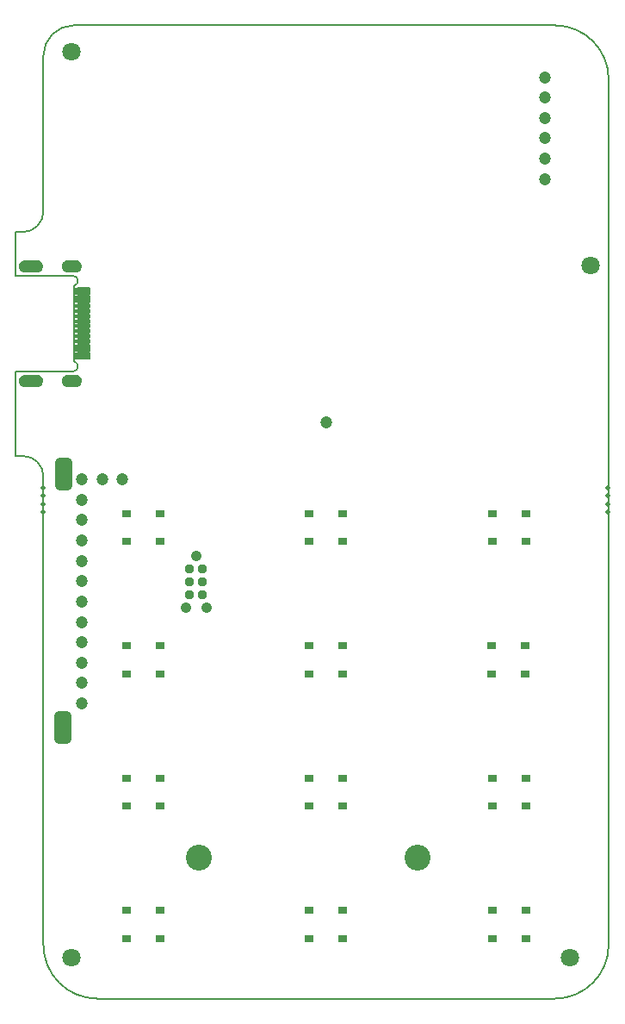
<source format=gbs>
G04 Layer_Color=16711935*
%FSLAX44Y44*%
%MOMM*%
G71*
G01*
G75*
%ADD51C,0.2000*%
%ADD75C,0.0000*%
%ADD79C,0.5000*%
%ADD179C,1.8000*%
%ADD180O,2.3500X1.1500*%
%ADD181O,1.9500X1.1500*%
%ADD182C,2.5500*%
%ADD183C,0.1500*%
%ADD184C,1.0500*%
%ADD185R,1.3000X7.2000*%
%ADD186R,1.5500X0.7500*%
%ADD187R,1.5500X0.4500*%
%ADD188C,1.2000*%
G04:AMPARAMS|DCode=189|XSize=3.2032mm|YSize=1.7032mm|CornerRadius=0.4766mm|HoleSize=0mm|Usage=FLASHONLY|Rotation=270.000|XOffset=0mm|YOffset=0mm|HoleType=Round|Shape=RoundedRectangle|*
%AMROUNDEDRECTD189*
21,1,3.2032,0.7500,0,0,270.0*
21,1,2.2500,1.7032,0,0,270.0*
1,1,0.9532,-0.3750,-1.1250*
1,1,0.9532,-0.3750,1.1250*
1,1,0.9532,0.3750,1.1250*
1,1,0.9532,0.3750,-1.1250*
%
%ADD189ROUNDEDRECTD189*%
%ADD190C,0.9500*%
%ADD191R,0.8500X0.8000*%
G36*
X57427Y601928D02*
X59128Y600226D01*
X60049Y598003D01*
Y596800D01*
Y595597D01*
X59128Y593373D01*
X57427Y591672D01*
X55204Y590751D01*
X44796D01*
X42573Y591672D01*
X40871Y593373D01*
X39950Y595597D01*
Y596800D01*
Y598003D01*
X40871Y600226D01*
X42573Y601928D01*
X44796Y602849D01*
X55204D01*
X57427Y601928D01*
D02*
G37*
G36*
X19426D02*
X21128Y600226D01*
X22048Y598003D01*
Y596800D01*
Y595597D01*
X21128Y593373D01*
X19426Y591672D01*
X17203Y590751D01*
X2797D01*
X574Y591672D01*
X-1128Y593373D01*
X-2049Y595597D01*
Y596800D01*
Y598003D01*
X-1128Y600226D01*
X574Y601928D01*
X2797Y602849D01*
X17203D01*
X19426Y601928D01*
D02*
G37*
G36*
X57427Y714328D02*
X59128Y712626D01*
X60049Y710403D01*
Y709200D01*
Y707997D01*
X59128Y705773D01*
X57427Y704072D01*
X55204Y703151D01*
X44796D01*
X42573Y704072D01*
X40871Y705773D01*
X39950Y707997D01*
Y709200D01*
Y710403D01*
X40871Y712626D01*
X42573Y714328D01*
X44796Y715249D01*
X55204D01*
X57427Y714328D01*
D02*
G37*
G36*
X19426D02*
X21128Y712626D01*
X22048Y710403D01*
Y709200D01*
Y707997D01*
X21128Y705773D01*
X19426Y704072D01*
X17203Y703151D01*
X2797D01*
X574Y704072D01*
X-1128Y705773D01*
X-2049Y707997D01*
Y709200D01*
Y710403D01*
X-1128Y712626D01*
X574Y714328D01*
X2797Y715249D01*
X17203D01*
X19426Y714328D01*
D02*
G37*
D51*
X51997Y690100D02*
G03*
X51000Y700000I-997J4900D01*
G01*
Y606000D02*
G03*
X52039Y615891I0J5000D01*
G01*
X2001Y743001D02*
G03*
X22001Y763001I0J20000D01*
G01*
X52000Y946000D02*
G03*
X22001Y916000I0J-30000D01*
G01*
X577999Y893000D02*
G03*
X524999Y946000I-53000J0D01*
G01*
Y-10000D02*
G03*
X577999Y43000I0J53000D01*
G01*
X22001D02*
G03*
X75000Y-10000I53000J0D01*
G01*
X22001Y503001D02*
G03*
X2001Y523001I-20000J0D01*
G01*
X75000Y-10000D02*
X524999D01*
X22001Y43000D02*
Y503001D01*
X-5000Y523001D02*
X2001D01*
X-5000Y743001D02*
X2000D01*
X22001Y763001D02*
Y916000D01*
X52000Y946000D02*
X524999D01*
X577999Y43000D02*
Y893000D01*
X-5001Y700001D02*
Y743001D01*
X-5000Y700000D02*
X51000D01*
X52000Y615900D02*
Y690100D01*
X-5001Y523001D02*
Y605801D01*
X51000D01*
D75*
X15999Y593800D02*
G03*
X18999Y596800I0J3000D01*
G01*
D02*
G03*
X15999Y599800I-3000J0D01*
G01*
X4001D02*
G03*
X1001Y596800I0J-3000D01*
G01*
D02*
G03*
X4001Y593800I3000J0D01*
G01*
X54000Y706200D02*
G03*
X57000Y709200I0J3000D01*
G01*
D02*
G03*
X54000Y712200I-3000J0D01*
G01*
X45999D02*
G03*
X43000Y709200I0J-3000D01*
G01*
D02*
G03*
X45999Y706200I3000J0D01*
G01*
X54000Y593800D02*
G03*
X57000Y596800I0J3000D01*
G01*
D02*
G03*
X54000Y599800I-3000J0D01*
G01*
X45999D02*
G03*
X43000Y596800I0J-3000D01*
G01*
D02*
G03*
X45999Y593800I3000J0D01*
G01*
X15999Y706200D02*
G03*
X18999Y709200I0J3000D01*
G01*
D02*
G03*
X15999Y712200I-3000J0D01*
G01*
X4001D02*
G03*
X1001Y709200I0J-3000D01*
G01*
D02*
G03*
X4001Y706200I3000J0D01*
G01*
Y599800D02*
X15999D01*
X4001Y593800D02*
X15999D01*
X45999Y712200D02*
X54000D01*
X45999Y706200D02*
X54000D01*
X45999Y599800D02*
X54000D01*
X45999Y593800D02*
X54000D01*
X4001Y712200D02*
X15999D01*
X4001Y706200D02*
X15999D01*
D79*
X22000Y492000D02*
D03*
Y484000D02*
D03*
Y476000D02*
D03*
Y468000D02*
D03*
X577000D02*
D03*
Y476000D02*
D03*
Y484000D02*
D03*
Y492000D02*
D03*
D179*
X560000Y710000D02*
D03*
X49998Y30000D02*
D03*
Y920000D02*
D03*
X540000Y30000D02*
D03*
D180*
X10000Y596800D02*
D03*
Y709200D02*
D03*
D181*
X50000D02*
D03*
Y596800D02*
D03*
D182*
X389970Y128600D02*
D03*
X174970D02*
D03*
D183*
X464000Y593000D02*
D03*
X115000Y836200D02*
D03*
X529970Y111200D02*
D03*
D184*
X182160Y374200D02*
D03*
X161840D02*
D03*
X172000Y425000D02*
D03*
D185*
X61500Y653000D02*
D03*
D186*
X60500Y621001D02*
D03*
Y628999D02*
D03*
Y677000D02*
D03*
Y684999D02*
D03*
D187*
Y635499D02*
D03*
Y640501D02*
D03*
Y645499D02*
D03*
Y650501D02*
D03*
Y655499D02*
D03*
Y660501D02*
D03*
Y665499D02*
D03*
Y670501D02*
D03*
D188*
X300000Y556000D02*
D03*
X80000Y500000D02*
D03*
X100000D02*
D03*
X60000Y480000D02*
D03*
Y500000D02*
D03*
X515000Y815000D02*
D03*
X60000Y320000D02*
D03*
X515000Y795000D02*
D03*
X60000Y300000D02*
D03*
Y400000D02*
D03*
Y380000D02*
D03*
Y440000D02*
D03*
Y420000D02*
D03*
Y360000D02*
D03*
Y340000D02*
D03*
Y460000D02*
D03*
X515000Y835000D02*
D03*
X60000Y280000D02*
D03*
X515000Y895000D02*
D03*
Y855000D02*
D03*
Y875000D02*
D03*
D189*
X42000Y505000D02*
D03*
X41000Y256000D02*
D03*
D190*
X165650Y386900D02*
D03*
X178350Y412300D02*
D03*
X165650D02*
D03*
X178350Y399600D02*
D03*
X178350Y386900D02*
D03*
X165650Y399600D02*
D03*
D191*
X136500Y466690D02*
D03*
X103500D02*
D03*
Y439190D02*
D03*
X136500D02*
D03*
X283500Y439190D02*
D03*
X316500D02*
D03*
Y466690D02*
D03*
X283500D02*
D03*
X463500Y439190D02*
D03*
X496500D02*
D03*
Y466690D02*
D03*
X463500D02*
D03*
X136500Y336690D02*
D03*
X103500D02*
D03*
Y309190D02*
D03*
X136500D02*
D03*
X316500Y336690D02*
D03*
X283500D02*
D03*
Y309190D02*
D03*
X316500D02*
D03*
X462500Y309190D02*
D03*
X495500D02*
D03*
Y336690D02*
D03*
X462500D02*
D03*
X496701Y206690D02*
D03*
X463701D02*
D03*
Y179190D02*
D03*
X496701D02*
D03*
X316500Y206690D02*
D03*
X283500D02*
D03*
Y179190D02*
D03*
X316500D02*
D03*
X136500Y206690D02*
D03*
X103500D02*
D03*
Y179190D02*
D03*
X136500D02*
D03*
X136500Y76691D02*
D03*
X103500D02*
D03*
Y49191D02*
D03*
X136500D02*
D03*
X316499Y76691D02*
D03*
X283499D02*
D03*
Y49191D02*
D03*
X316499D02*
D03*
X463499Y49191D02*
D03*
X496499D02*
D03*
Y76691D02*
D03*
X463499D02*
D03*
M02*

</source>
